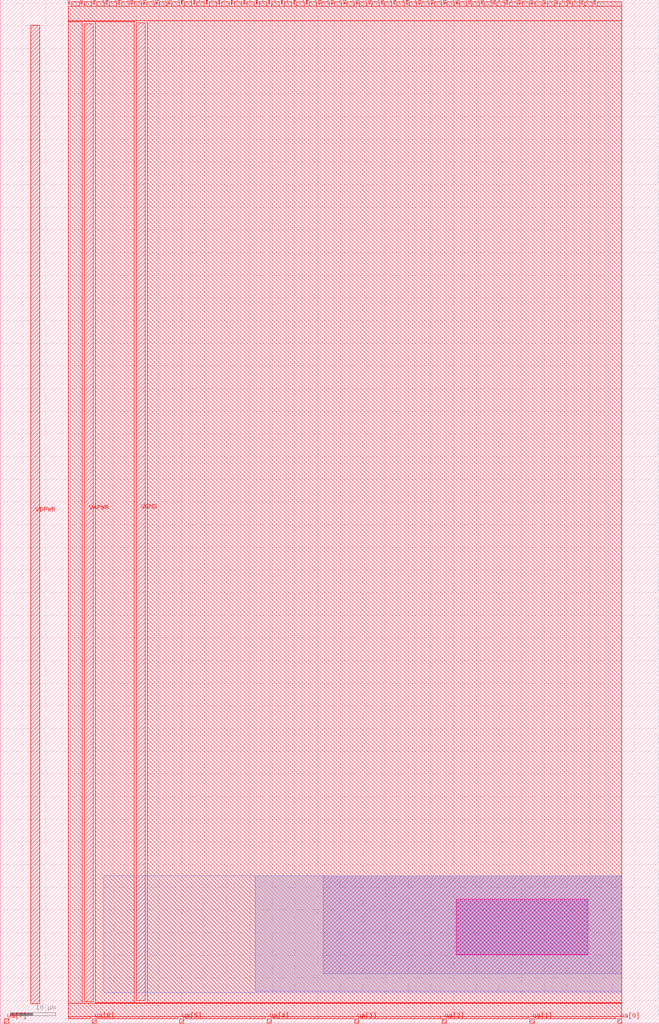
<source format=lef>
VERSION 5.7 ;
  NOWIREEXTENSIONATPIN ON ;
  DIVIDERCHAR "/" ;
  BUSBITCHARS "[]" ;
MACRO tt_um_3v_inverter_SiliconeGuide
  CLASS BLOCK ;
  FOREIGN tt_um_3v_inverter_SiliconeGuide ;
  ORIGIN 0.000 0.000 ;
  SIZE 145.360 BY 225.760 ;
  PIN clk
    DIRECTION INPUT ;
    USE SIGNAL ;
    PORT
      LAYER met4 ;
        RECT 128.190 224.760 128.490 225.760 ;
    END
  END clk
  PIN ena
    DIRECTION INPUT ;
    USE SIGNAL ;
    PORT
      LAYER met4 ;
        RECT 130.950 224.760 131.250 225.760 ;
    END
  END ena
  PIN rst_n
    DIRECTION INPUT ;
    USE SIGNAL ;
    PORT
      LAYER met4 ;
        RECT 125.430 224.760 125.730 225.760 ;
    END
  END rst_n
  PIN ua[0]
    DIRECTION INOUT ;
    USE SIGNAL ;
    ANTENNADIFFAREA 6.090000 ;
    PORT
      LAYER met4 ;
        RECT 136.170 0.000 137.070 1.000 ;
    END
  END ua[0]
  PIN ua[1]
    DIRECTION INOUT ;
    USE SIGNAL ;
    ANTENNAGATEAREA 1.000000 ;
    PORT
      LAYER met4 ;
        RECT 116.850 0.000 117.750 1.000 ;
    END
  END ua[1]
  PIN ua[2]
    DIRECTION INOUT ;
    USE SIGNAL ;
    PORT
      LAYER met4 ;
        RECT 97.530 0.000 98.430 1.000 ;
    END
  END ua[2]
  PIN ua[3]
    DIRECTION INOUT ;
    USE SIGNAL ;
    PORT
      LAYER met4 ;
        RECT 78.210 0.000 79.110 1.000 ;
    END
  END ua[3]
  PIN ua[4]
    DIRECTION INOUT ;
    USE SIGNAL ;
    PORT
      LAYER met4 ;
        RECT 58.890 0.000 59.790 1.000 ;
    END
  END ua[4]
  PIN ua[5]
    DIRECTION INOUT ;
    USE SIGNAL ;
    PORT
      LAYER met4 ;
        RECT 39.570 0.000 40.470 1.000 ;
    END
  END ua[5]
  PIN ua[6]
    DIRECTION INOUT ;
    USE SIGNAL ;
    PORT
      LAYER met4 ;
        RECT 20.250 0.000 21.150 1.000 ;
    END
  END ua[6]
  PIN ua[7]
    DIRECTION INOUT ;
    USE SIGNAL ;
    PORT
      LAYER met4 ;
        RECT 0.930 0.000 1.830 1.000 ;
    END
  END ua[7]
  PIN ui_in[0]
    DIRECTION INPUT ;
    USE SIGNAL ;
    PORT
      LAYER met4 ;
        RECT 122.670 224.760 122.970 225.760 ;
    END
  END ui_in[0]
  PIN ui_in[1]
    DIRECTION INPUT ;
    USE SIGNAL ;
    PORT
      LAYER met4 ;
        RECT 119.910 224.760 120.210 225.760 ;
    END
  END ui_in[1]
  PIN ui_in[2]
    DIRECTION INPUT ;
    USE SIGNAL ;
    PORT
      LAYER met4 ;
        RECT 117.150 224.760 117.450 225.760 ;
    END
  END ui_in[2]
  PIN ui_in[3]
    DIRECTION INPUT ;
    USE SIGNAL ;
    PORT
      LAYER met4 ;
        RECT 114.390 224.760 114.690 225.760 ;
    END
  END ui_in[3]
  PIN ui_in[4]
    DIRECTION INPUT ;
    USE SIGNAL ;
    PORT
      LAYER met4 ;
        RECT 111.630 224.760 111.930 225.760 ;
    END
  END ui_in[4]
  PIN ui_in[5]
    DIRECTION INPUT ;
    USE SIGNAL ;
    PORT
      LAYER met4 ;
        RECT 108.870 224.760 109.170 225.760 ;
    END
  END ui_in[5]
  PIN ui_in[6]
    DIRECTION INPUT ;
    USE SIGNAL ;
    PORT
      LAYER met4 ;
        RECT 106.110 224.760 106.410 225.760 ;
    END
  END ui_in[6]
  PIN ui_in[7]
    DIRECTION INPUT ;
    USE SIGNAL ;
    PORT
      LAYER met4 ;
        RECT 103.350 224.760 103.650 225.760 ;
    END
  END ui_in[7]
  PIN uio_in[0]
    DIRECTION INPUT ;
    USE SIGNAL ;
    PORT
      LAYER met4 ;
        RECT 100.590 224.760 100.890 225.760 ;
    END
  END uio_in[0]
  PIN uio_in[1]
    DIRECTION INPUT ;
    USE SIGNAL ;
    PORT
      LAYER met4 ;
        RECT 97.830 224.760 98.130 225.760 ;
    END
  END uio_in[1]
  PIN uio_in[2]
    DIRECTION INPUT ;
    USE SIGNAL ;
    PORT
      LAYER met4 ;
        RECT 95.070 224.760 95.370 225.760 ;
    END
  END uio_in[2]
  PIN uio_in[3]
    DIRECTION INPUT ;
    USE SIGNAL ;
    PORT
      LAYER met4 ;
        RECT 92.310 224.760 92.610 225.760 ;
    END
  END uio_in[3]
  PIN uio_in[4]
    DIRECTION INPUT ;
    USE SIGNAL ;
    PORT
      LAYER met4 ;
        RECT 89.550 224.760 89.850 225.760 ;
    END
  END uio_in[4]
  PIN uio_in[5]
    DIRECTION INPUT ;
    USE SIGNAL ;
    PORT
      LAYER met4 ;
        RECT 86.790 224.760 87.090 225.760 ;
    END
  END uio_in[5]
  PIN uio_in[6]
    DIRECTION INPUT ;
    USE SIGNAL ;
    PORT
      LAYER met4 ;
        RECT 84.030 224.760 84.330 225.760 ;
    END
  END uio_in[6]
  PIN uio_in[7]
    DIRECTION INPUT ;
    USE SIGNAL ;
    PORT
      LAYER met4 ;
        RECT 81.270 224.760 81.570 225.760 ;
    END
  END uio_in[7]
  PIN uio_oe[0]
    DIRECTION OUTPUT ;
    USE SIGNAL ;
    ANTENNADIFFAREA 17.428999 ;
    PORT
      LAYER met4 ;
        RECT 34.350 224.760 34.650 225.760 ;
    END
  END uio_oe[0]
  PIN uio_oe[1]
    DIRECTION OUTPUT ;
    USE SIGNAL ;
    ANTENNADIFFAREA 17.428999 ;
    PORT
      LAYER met4 ;
        RECT 31.590 224.760 31.890 225.760 ;
    END
  END uio_oe[1]
  PIN uio_oe[2]
    DIRECTION OUTPUT ;
    USE SIGNAL ;
    ANTENNADIFFAREA 17.428999 ;
    PORT
      LAYER met4 ;
        RECT 28.830 224.760 29.130 225.760 ;
    END
  END uio_oe[2]
  PIN uio_oe[3]
    DIRECTION OUTPUT ;
    USE SIGNAL ;
    ANTENNADIFFAREA 17.428999 ;
    PORT
      LAYER met4 ;
        RECT 26.070 224.760 26.370 225.760 ;
    END
  END uio_oe[3]
  PIN uio_oe[4]
    DIRECTION OUTPUT ;
    USE SIGNAL ;
    ANTENNADIFFAREA 17.428999 ;
    PORT
      LAYER met4 ;
        RECT 23.310 224.760 23.610 225.760 ;
    END
  END uio_oe[4]
  PIN uio_oe[5]
    DIRECTION OUTPUT ;
    USE SIGNAL ;
    ANTENNADIFFAREA 17.428999 ;
    PORT
      LAYER met4 ;
        RECT 20.550 224.760 20.850 225.760 ;
    END
  END uio_oe[5]
  PIN uio_oe[6]
    DIRECTION OUTPUT ;
    USE SIGNAL ;
    ANTENNADIFFAREA 17.428999 ;
    PORT
      LAYER met4 ;
        RECT 17.790 224.760 18.090 225.760 ;
    END
  END uio_oe[6]
  PIN uio_oe[7]
    DIRECTION OUTPUT ;
    USE SIGNAL ;
    ANTENNADIFFAREA 17.428999 ;
    PORT
      LAYER met4 ;
        RECT 15.030 224.760 15.330 225.760 ;
    END
  END uio_oe[7]
  PIN uio_out[0]
    DIRECTION OUTPUT ;
    USE SIGNAL ;
    ANTENNADIFFAREA 17.428999 ;
    PORT
      LAYER met4 ;
        RECT 56.430 224.760 56.730 225.760 ;
    END
  END uio_out[0]
  PIN uio_out[1]
    DIRECTION OUTPUT ;
    USE SIGNAL ;
    ANTENNADIFFAREA 17.428999 ;
    PORT
      LAYER met4 ;
        RECT 53.670 224.760 53.970 225.760 ;
    END
  END uio_out[1]
  PIN uio_out[2]
    DIRECTION OUTPUT ;
    USE SIGNAL ;
    ANTENNADIFFAREA 17.428999 ;
    PORT
      LAYER met4 ;
        RECT 50.910 224.760 51.210 225.760 ;
    END
  END uio_out[2]
  PIN uio_out[3]
    DIRECTION OUTPUT ;
    USE SIGNAL ;
    ANTENNADIFFAREA 17.428999 ;
    PORT
      LAYER met4 ;
        RECT 48.150 224.760 48.450 225.760 ;
    END
  END uio_out[3]
  PIN uio_out[4]
    DIRECTION OUTPUT ;
    USE SIGNAL ;
    ANTENNADIFFAREA 17.428999 ;
    PORT
      LAYER met4 ;
        RECT 45.390 224.760 45.690 225.760 ;
    END
  END uio_out[4]
  PIN uio_out[5]
    DIRECTION OUTPUT ;
    USE SIGNAL ;
    ANTENNADIFFAREA 17.428999 ;
    PORT
      LAYER met4 ;
        RECT 42.630 224.760 42.930 225.760 ;
    END
  END uio_out[5]
  PIN uio_out[6]
    DIRECTION OUTPUT ;
    USE SIGNAL ;
    ANTENNADIFFAREA 17.428999 ;
    PORT
      LAYER met4 ;
        RECT 39.870 224.760 40.170 225.760 ;
    END
  END uio_out[6]
  PIN uio_out[7]
    DIRECTION OUTPUT ;
    USE SIGNAL ;
    ANTENNADIFFAREA 17.428999 ;
    PORT
      LAYER met4 ;
        RECT 37.110 224.760 37.410 225.760 ;
    END
  END uio_out[7]
  PIN uo_out[0]
    DIRECTION OUTPUT ;
    USE SIGNAL ;
    ANTENNADIFFAREA 17.428999 ;
    PORT
      LAYER met4 ;
        RECT 78.510 224.760 78.810 225.760 ;
    END
  END uo_out[0]
  PIN uo_out[1]
    DIRECTION OUTPUT ;
    USE SIGNAL ;
    ANTENNADIFFAREA 17.428999 ;
    PORT
      LAYER met4 ;
        RECT 75.750 224.760 76.050 225.760 ;
    END
  END uo_out[1]
  PIN uo_out[2]
    DIRECTION OUTPUT ;
    USE SIGNAL ;
    ANTENNADIFFAREA 17.428999 ;
    PORT
      LAYER met4 ;
        RECT 72.990 224.760 73.290 225.760 ;
    END
  END uo_out[2]
  PIN uo_out[3]
    DIRECTION OUTPUT ;
    USE SIGNAL ;
    ANTENNADIFFAREA 17.428999 ;
    PORT
      LAYER met4 ;
        RECT 70.230 224.760 70.530 225.760 ;
    END
  END uo_out[3]
  PIN uo_out[4]
    DIRECTION OUTPUT ;
    USE SIGNAL ;
    ANTENNADIFFAREA 17.428999 ;
    PORT
      LAYER met4 ;
        RECT 67.470 224.760 67.770 225.760 ;
    END
  END uo_out[4]
  PIN uo_out[5]
    DIRECTION OUTPUT ;
    USE SIGNAL ;
    ANTENNADIFFAREA 17.428999 ;
    PORT
      LAYER met4 ;
        RECT 64.710 224.760 65.010 225.760 ;
    END
  END uo_out[5]
  PIN uo_out[6]
    DIRECTION OUTPUT ;
    USE SIGNAL ;
    ANTENNADIFFAREA 17.428999 ;
    PORT
      LAYER met4 ;
        RECT 61.950 224.760 62.250 225.760 ;
    END
  END uo_out[6]
  PIN uo_out[7]
    DIRECTION OUTPUT ;
    USE SIGNAL ;
    ANTENNADIFFAREA 17.428999 ;
    PORT
      LAYER met4 ;
        RECT 59.190 224.760 59.490 225.760 ;
    END
  END uo_out[7]
  PIN VDPWR
    DIRECTION INOUT ;
    USE POWER ;
    PORT
      LAYER met4 ;
        RECT 6.740 4.330 8.740 220.090 ;
    END
  END VDPWR
  PIN VGND
    DIRECTION INOUT ;
    USE GROUND ;
    PORT
      LAYER met4 ;
        RECT 30.000 4.950 32.000 220.710 ;
    END
  END VGND
  PIN VAPWR
    ANTENNADIFFAREA 17.753799 ;
     USE POWER ;
    PORT
      LAYER met4 ;
        RECT 18.540 4.760 20.540 220.520 ;
    END
  END VAPWR
  OBS
      LAYER nwell ;
        RECT 100.605 15.095 129.620 27.370 ;
      LAYER li1 ;
        RECT 100.845 15.270 129.230 27.030 ;
      LAYER met1 ;
        RECT 71.270 10.910 137.100 32.490 ;
      LAYER met2 ;
        RECT 56.260 7.010 137.090 32.480 ;
      LAYER met3 ;
        RECT 22.880 6.760 137.095 32.485 ;
      LAYER met4 ;
        RECT 15.730 224.360 17.390 225.310 ;
        RECT 18.490 224.360 20.150 225.310 ;
        RECT 21.250 224.360 22.910 225.310 ;
        RECT 24.010 224.360 25.670 225.310 ;
        RECT 26.770 224.360 28.430 225.310 ;
        RECT 29.530 224.360 31.190 225.310 ;
        RECT 32.290 224.360 33.950 225.310 ;
        RECT 35.050 224.360 36.710 225.310 ;
        RECT 37.810 224.360 39.470 225.310 ;
        RECT 40.570 224.360 42.230 225.310 ;
        RECT 43.330 224.360 44.990 225.310 ;
        RECT 46.090 224.360 47.750 225.310 ;
        RECT 48.850 224.360 50.510 225.310 ;
        RECT 51.610 224.360 53.270 225.310 ;
        RECT 54.370 224.360 56.030 225.310 ;
        RECT 57.130 224.360 58.790 225.310 ;
        RECT 59.890 224.360 61.550 225.310 ;
        RECT 62.650 224.360 64.310 225.310 ;
        RECT 65.410 224.360 67.070 225.310 ;
        RECT 68.170 224.360 69.830 225.310 ;
        RECT 70.930 224.360 72.590 225.310 ;
        RECT 73.690 224.360 75.350 225.310 ;
        RECT 76.450 224.360 78.110 225.310 ;
        RECT 79.210 224.360 80.870 225.310 ;
        RECT 81.970 224.360 83.630 225.310 ;
        RECT 84.730 224.360 86.390 225.310 ;
        RECT 87.490 224.360 89.150 225.310 ;
        RECT 90.250 224.360 91.910 225.310 ;
        RECT 93.010 224.360 94.670 225.310 ;
        RECT 95.770 224.360 97.430 225.310 ;
        RECT 98.530 224.360 100.190 225.310 ;
        RECT 101.290 224.360 102.950 225.310 ;
        RECT 104.050 224.360 105.710 225.310 ;
        RECT 106.810 224.360 108.470 225.310 ;
        RECT 109.570 224.360 111.230 225.310 ;
        RECT 112.330 224.360 113.990 225.310 ;
        RECT 115.090 224.360 116.750 225.310 ;
        RECT 117.850 224.360 119.510 225.310 ;
        RECT 120.610 224.360 122.270 225.310 ;
        RECT 123.370 224.360 125.030 225.310 ;
        RECT 126.130 224.360 127.790 225.310 ;
        RECT 128.890 224.360 130.550 225.310 ;
        RECT 131.650 224.360 137.070 225.310 ;
        RECT 15.020 221.110 137.070 224.360 ;
        RECT 15.020 220.920 29.600 221.110 ;
        RECT 15.020 4.360 18.140 220.920 ;
        RECT 20.940 4.550 29.600 220.920 ;
        RECT 32.400 4.550 137.070 221.110 ;
        RECT 20.940 4.360 137.070 4.550 ;
        RECT 15.020 1.400 137.070 4.360 ;
        RECT 15.020 1.000 19.850 1.400 ;
        RECT 21.550 1.000 39.170 1.400 ;
        RECT 40.870 1.000 58.490 1.400 ;
        RECT 60.190 1.000 77.810 1.400 ;
        RECT 79.510 1.000 97.130 1.400 ;
        RECT 98.830 1.000 116.450 1.400 ;
        RECT 118.150 1.000 135.770 1.400 ;
  END
END tt_um_3v_inverter_SiliconeGuide
END LIBRARY


</source>
